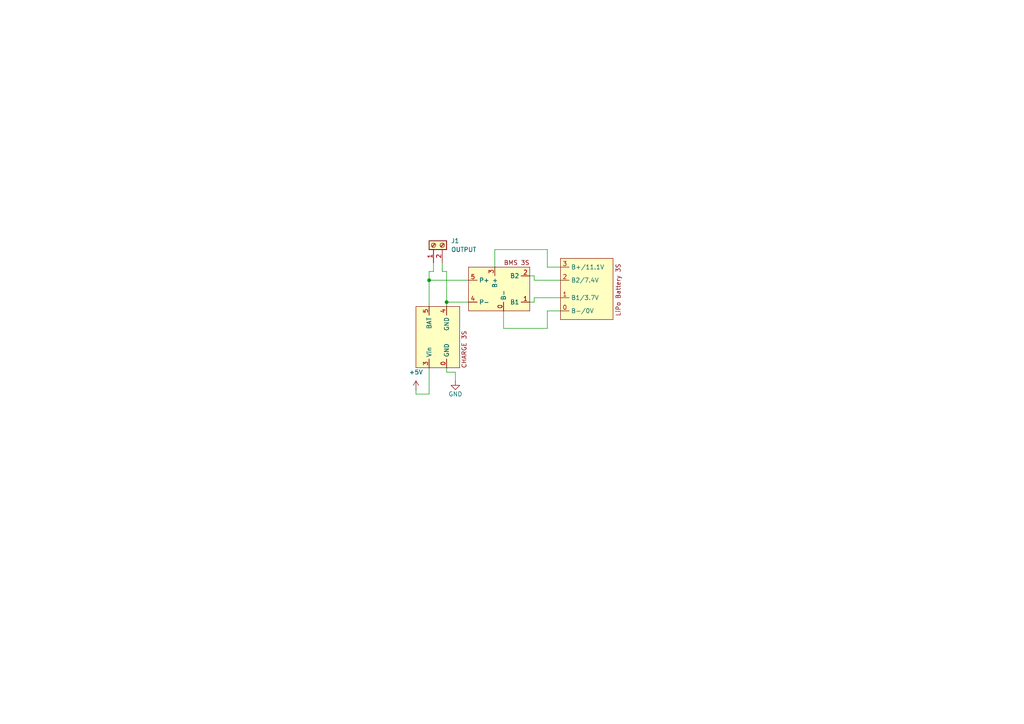
<source format=kicad_sch>
(kicad_sch (version 20250114) (generator "eeschema") (generator_version "9.0")
  (paper "A4")
  (lib_symbols
    (symbol "BMS:BMS_3S"
      (symbol "BMS_3S_1_1"
        (rectangle (start -8.89 6.35) (end 8.89 -6.35) (fill (type background)))
        (text "BMS 3S" (at 5.08 7.62 0) (effects (font (size 1.27 1.27))))
        (pin bidirectional line (at -8.89 2.54 0) (length 2.54) (name "P+") (number "5"))
        (pin bidirectional line (at -8.89 -3.81 0) (length 2.54) (name "P-") (number "4"))
        (pin power_in line (at -1.27 6.35 270) (length 2.54) (name "B+") (number "3"))
        (pin power_in line (at 1.27 -6.35 90) (length 2.54) (name "B-") (number "0"))
        (pin power_in line (at 8.89 3.81 180) (length 2.54) (name "B2") (number "2"))
        (pin power_in line (at 8.89 -3.81 180) (length 2.54) (name "B1") (number "1"))
      )
    )
    (symbol "BMS:CHARGER_3S"
      (symbol "CHARGER_3S_1_1"
        (rectangle (start -8.89 6.35) (end 8.89 -6.35) (fill (type background)))
        (text "CHARGE 3S" (at 3.556 7.62 0) (effects (font (size 1.27 1.27))))
        (pin power_out line (at -8.89 2.54 0) (length 2.54) (name "GND") (number "4"))
        (pin power_out line (at -8.89 -2.54 0) (length 2.54) (name "BAT") (number "5"))
        (pin power_in line (at 8.89 2.54 180) (length 2.54) (name "GND") (number "0"))
        (pin power_in line (at 8.89 -2.54 180) (length 2.54) (name "Vin") (number "3"))
      )
    )
    (symbol "BMS:LiPo_3S"
      (symbol "LiPo_3S_1_1"
        (rectangle (start -8.89 7.62) (end 8.89 -7.62) (fill (type background)))
        (text "LiPo Battery 3S" (at 0.254 9.144 0) (effects (font (size 1.27 1.27))))
        (pin power_out line (at -6.35 -7.62 90) (length 2.54) (name "B+/11.1V") (number "3"))
        (pin power_out line (at -2.54 -7.62 90) (length 2.54) (name "B2/7.4V") (number "2"))
        (pin power_out line (at 2.54 -7.62 90) (length 2.54) (name "B1/3.7V") (number "1"))
        (pin power_out line (at 6.35 -7.62 90) (length 2.54) (name "B-/0V") (number "0"))
      )
    )
    (symbol "Connector:Screw_Terminal_01x02" (pin_names (offset 1.016) (hide yes))
      (property "Reference" "J" (at 0 2.54 0))
      (property "Value" "Screw_Terminal_01x02" (at 0 -5.08 0))
      (symbol "Screw_Terminal_01x02_1_1"
        (rectangle (start -1.27 1.27) (end 1.27 -3.81) (stroke (width 0.254)) (fill (type background)))
        (polyline (pts (xy -0.5334 0.3302) (xy 0.3302 -0.508)) (stroke (width 0.1524)))
        (polyline (pts (xy -0.5334 -2.2098) (xy 0.3302 -3.048)) (stroke (width 0.1524)))
        (polyline (pts (xy -0.3556 0.508) (xy 0.508 -0.3302)) (stroke (width 0.1524)))
        (polyline (pts (xy -0.3556 -2.032) (xy 0.508 -2.8702)) (stroke (width 0.1524)))
        (circle (center 0 0) (radius 0.635) (stroke (width 0.1524)))
        (circle (center 0 -2.54) (radius 0.635) (stroke (width 0.1524)))
        (pin passive line (at -5.08 0 0) (length 3.81) (name "Pin_1") (number "1"))
        (pin passive line (at -5.08 -2.54 0) (length 3.81) (name "Pin_2") (number "2"))
      )
    )
    (symbol "power:+5V" (power) (pin_numbers (hide yes)) (pin_names (offset 0) (hide yes))
      (property "Value" "+5V" (at 0 3.556 0))
      (symbol "+5V_0_1"
        (polyline (pts (xy -0.762 1.27) (xy 0 2.54)))
        (polyline (pts (xy 0 2.54) (xy 0.762 1.27)))
        (polyline (pts (xy 0 0) (xy 0 2.54)))
      )
      (symbol "+5V_1_1"
        (pin power_in line (at 0 0 90) (length 0) (name "~") (number "1"))
      )
    )
    (symbol "power:GND" (power) (pin_numbers (hide yes)) (pin_names (offset 0) (hide yes))
      (property "Value" "GND" (at 0 -3.81 0))
      (symbol "GND_0_1"
        (polyline (pts (xy 0 0) (xy 0 -1.27) (xy 1.27 -1.27) (xy 0 -2.54) (xy -1.27 -1.27) (xy 0 -1.27)))
      )
      (symbol "GND_1_1"
        (pin power_in line (at 0 0 270) (length 0) (name "~") (number "1"))
      )
    )
  )
  (junction (at 129.54 87.63))
  (junction (at 124.46 81.28))
  (wire (pts (xy 124.46 114.3) (xy 124.46 106.68)))
  (wire (pts (xy 153.67 80.01) (xy 154.94 80.01)))
  (wire (pts (xy 154.94 81.28) (xy 162.56 81.28)))
  (wire (pts (xy 125.73 76.2) (xy 125.73 78.74)))
  (wire (pts (xy 154.94 86.36) (xy 154.94 87.63)))
  (wire (pts (xy 124.46 81.28) (xy 135.89 81.28)))
  (wire (pts (xy 129.54 78.74) (xy 129.54 87.63)))
  (wire (pts (xy 132.08 107.95) (xy 132.08 110.49)))
  (wire (pts (xy 158.75 90.17) (xy 158.75 95.25)))
  (wire (pts (xy 158.75 95.25) (xy 146.05 95.25)))
  (wire (pts (xy 132.08 107.95) (xy 129.54 107.95)))
  (wire (pts (xy 120.65 114.3) (xy 124.46 114.3)))
  (wire (pts (xy 124.46 81.28) (xy 124.46 88.9)))
  (wire (pts (xy 154.94 81.28) (xy 154.94 80.01)))
  (wire (pts (xy 162.56 86.36) (xy 154.94 86.36)))
  (wire (pts (xy 128.27 78.74) (xy 129.54 78.74)))
  (wire (pts (xy 143.51 72.39) (xy 143.51 77.47)))
  (wire (pts (xy 125.73 78.74) (xy 124.46 78.74)))
  (wire (pts (xy 129.54 88.9) (xy 129.54 87.63)))
  (wire (pts (xy 154.94 87.63) (xy 153.67 87.63)))
  (wire (pts (xy 124.46 78.74) (xy 124.46 81.28)))
  (wire (pts (xy 158.75 72.39) (xy 143.51 72.39)))
  (wire (pts (xy 129.54 106.68) (xy 129.54 107.95)))
  (wire (pts (xy 162.56 90.17) (xy 158.75 90.17)))
  (wire (pts (xy 162.56 77.47) (xy 158.75 77.47)))
  (wire (pts (xy 128.27 76.2) (xy 128.27 78.74)))
  (wire (pts (xy 129.54 87.63) (xy 135.89 87.63)))
  (wire (pts (xy 146.05 95.25) (xy 146.05 90.17)))
  (wire (pts (xy 158.75 77.47) (xy 158.75 72.39)))
  (wire (pts (xy 120.65 114.3) (xy 120.65 113.03)))
  (symbol (lib_id "BMS:CHARGER_3S") (at 127 97.79 270) (unit 1)
    (property "Reference" "U3" (effects (hide yes)))
  )
  (symbol (lib_id "Connector:Screw_Terminal_01x02") (at 125.73 71.12 90) (unit 1)
    (property "Reference" "J1" (at 130.81 69.8499 90) (effects (justify right)))
    (property "Value" "OUTPUT" (at 130.81 72.3899 90) (effects (justify right)))
    (property "Description" "Generic screw terminal, single row, 01x02, script generated (kicad-library-utils/schlib/autogen/connector/)" (effects (hide yes)))
  )
  (symbol (lib_id "power:+5V") (at 120.65 113.03 0) (unit 1)
    (property "Reference" "#PWR01" (effects (hide yes)))
    (property "Value" "+5V" (at 120.65 107.95 0))
    (property "Description" "Power symbol creates a global label with name \"+5V\"" (effects (hide yes)))
  )
  (symbol (lib_id "BMS:BMS_3S") (at 144.78 83.82 0) (unit 1)
    (property "Reference" "U1" (effects (hide yes)))
  )
  (symbol (lib_id "BMS:LiPo_3S") (at 170.18 83.82 270) (unit 1)
    (property "Reference" "U2" (effects (hide yes)))
  )
  (symbol (lib_id "power:GND") (at 132.08 110.49 0) (unit 1)
    (property "Reference" "#PWR02" (effects (hide yes)))
    (property "Value" "GND" (at 132.08 114.3 0))
    (property "Description" "Power symbol creates a global label with name \"GND\" , ground" (effects (hide yes)))
  )
)
</source>
